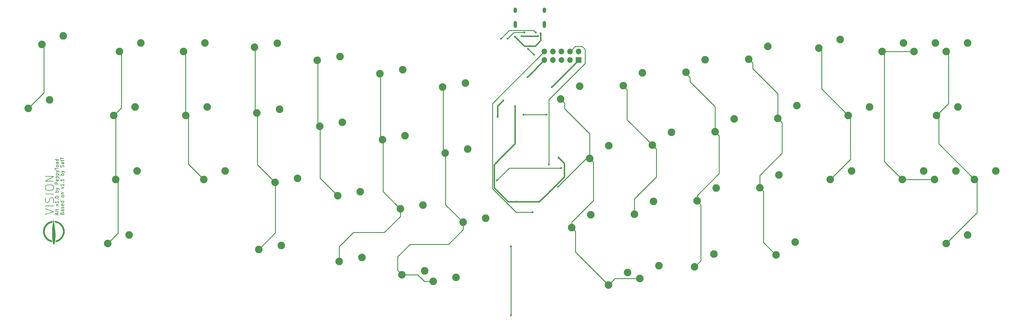
<source format=gtl>
G04 #@! TF.GenerationSoftware,KiCad,Pcbnew,(6.0.11-0)*
G04 #@! TF.CreationDate,2023-07-09T03:29:04+09:00*
G04 #@! TF.ProjectId,Vision,56697369-6f6e-42e6-9b69-6361645f7063,rev?*
G04 #@! TF.SameCoordinates,Original*
G04 #@! TF.FileFunction,Copper,L1,Top*
G04 #@! TF.FilePolarity,Positive*
%FSLAX46Y46*%
G04 Gerber Fmt 4.6, Leading zero omitted, Abs format (unit mm)*
G04 Created by KiCad (PCBNEW (6.0.11-0)) date 2023-07-09 03:29:04*
%MOMM*%
%LPD*%
G01*
G04 APERTURE LIST*
%ADD10C,0.150000*%
G04 #@! TA.AperFunction,NonConductor*
%ADD11C,0.150000*%
G04 #@! TD*
%ADD12C,0.200000*%
G04 #@! TA.AperFunction,NonConductor*
%ADD13C,0.200000*%
G04 #@! TD*
G04 #@! TA.AperFunction,EtchedComponent*
%ADD14C,0.010000*%
G04 #@! TD*
G04 #@! TA.AperFunction,ComponentPad*
%ADD15C,2.250000*%
G04 #@! TD*
G04 #@! TA.AperFunction,ComponentPad*
%ADD16O,1.000000X1.600000*%
G04 #@! TD*
G04 #@! TA.AperFunction,ComponentPad*
%ADD17O,1.000000X2.100000*%
G04 #@! TD*
G04 #@! TA.AperFunction,ComponentPad*
%ADD18R,1.700000X1.700000*%
G04 #@! TD*
G04 #@! TA.AperFunction,ComponentPad*
%ADD19O,1.700000X1.700000*%
G04 #@! TD*
G04 #@! TA.AperFunction,ViaPad*
%ADD20C,0.600000*%
G04 #@! TD*
G04 #@! TA.AperFunction,Conductor*
%ADD21C,0.381000*%
G04 #@! TD*
G04 #@! TA.AperFunction,Conductor*
%ADD22C,0.254000*%
G04 #@! TD*
G04 APERTURE END LIST*
D10*
D11*
X69661666Y-143412023D02*
X69661666Y-142935833D01*
X69947380Y-143507261D02*
X68947380Y-143173928D01*
X69947380Y-142840595D01*
X69947380Y-142364404D02*
X69899761Y-142459642D01*
X69804523Y-142507261D01*
X68947380Y-142507261D01*
X69280714Y-142126309D02*
X69280714Y-141745357D01*
X68947380Y-141983452D02*
X69804523Y-141983452D01*
X69899761Y-141935833D01*
X69947380Y-141840595D01*
X69947380Y-141745357D01*
X69280714Y-140745357D02*
X69947380Y-140507261D01*
X69280714Y-140269166D01*
X69947380Y-139364404D02*
X69947380Y-139935833D01*
X69947380Y-139650119D02*
X68947380Y-139650119D01*
X69090238Y-139745357D01*
X69185476Y-139840595D01*
X69233095Y-139935833D01*
X69852142Y-138935833D02*
X69899761Y-138888214D01*
X69947380Y-138935833D01*
X69899761Y-138983452D01*
X69852142Y-138935833D01*
X69947380Y-138935833D01*
X68947380Y-138269166D02*
X68947380Y-138173928D01*
X68995000Y-138078690D01*
X69042619Y-138031071D01*
X69137857Y-137983452D01*
X69328333Y-137935833D01*
X69566428Y-137935833D01*
X69756904Y-137983452D01*
X69852142Y-138031071D01*
X69899761Y-138078690D01*
X69947380Y-138173928D01*
X69947380Y-138269166D01*
X69899761Y-138364404D01*
X69852142Y-138412023D01*
X69756904Y-138459642D01*
X69566428Y-138507261D01*
X69328333Y-138507261D01*
X69137857Y-138459642D01*
X69042619Y-138412023D01*
X68995000Y-138364404D01*
X68947380Y-138269166D01*
X69947380Y-136745357D02*
X68947380Y-136745357D01*
X69328333Y-136745357D02*
X69280714Y-136650119D01*
X69280714Y-136459642D01*
X69328333Y-136364404D01*
X69375952Y-136316785D01*
X69471190Y-136269166D01*
X69756904Y-136269166D01*
X69852142Y-136316785D01*
X69899761Y-136364404D01*
X69947380Y-136459642D01*
X69947380Y-136650119D01*
X69899761Y-136745357D01*
X69280714Y-135935833D02*
X69947380Y-135697738D01*
X69280714Y-135459642D02*
X69947380Y-135697738D01*
X70185476Y-135792976D01*
X70233095Y-135840595D01*
X70280714Y-135935833D01*
X69947380Y-134316785D02*
X68947380Y-134316785D01*
X68947380Y-133935833D01*
X68995000Y-133840595D01*
X69042619Y-133792976D01*
X69137857Y-133745357D01*
X69280714Y-133745357D01*
X69375952Y-133792976D01*
X69423571Y-133840595D01*
X69471190Y-133935833D01*
X69471190Y-134316785D01*
X69899761Y-132935833D02*
X69947380Y-133031071D01*
X69947380Y-133221547D01*
X69899761Y-133316785D01*
X69804523Y-133364404D01*
X69423571Y-133364404D01*
X69328333Y-133316785D01*
X69280714Y-133221547D01*
X69280714Y-133031071D01*
X69328333Y-132935833D01*
X69423571Y-132888214D01*
X69518809Y-132888214D01*
X69614047Y-133364404D01*
X69280714Y-132459642D02*
X70280714Y-132459642D01*
X69328333Y-132459642D02*
X69280714Y-132364404D01*
X69280714Y-132173928D01*
X69328333Y-132078690D01*
X69375952Y-132031071D01*
X69471190Y-131983452D01*
X69756904Y-131983452D01*
X69852142Y-132031071D01*
X69899761Y-132078690D01*
X69947380Y-132173928D01*
X69947380Y-132364404D01*
X69899761Y-132459642D01*
X69280714Y-131554880D02*
X70280714Y-131554880D01*
X69328333Y-131554880D02*
X69280714Y-131459642D01*
X69280714Y-131269166D01*
X69328333Y-131173928D01*
X69375952Y-131126309D01*
X69471190Y-131078690D01*
X69756904Y-131078690D01*
X69852142Y-131126309D01*
X69899761Y-131173928D01*
X69947380Y-131269166D01*
X69947380Y-131459642D01*
X69899761Y-131554880D01*
X69280714Y-130745357D02*
X69947380Y-130507261D01*
X69280714Y-130269166D02*
X69947380Y-130507261D01*
X70185476Y-130602500D01*
X70233095Y-130650119D01*
X70280714Y-130745357D01*
X68947380Y-130031071D02*
X68947380Y-129459642D01*
X69947380Y-129745357D02*
X68947380Y-129745357D01*
X69947380Y-128983452D02*
X69899761Y-129078690D01*
X69852142Y-129126309D01*
X69756904Y-129173928D01*
X69471190Y-129173928D01*
X69375952Y-129126309D01*
X69328333Y-129078690D01*
X69280714Y-128983452D01*
X69280714Y-128840595D01*
X69328333Y-128745357D01*
X69375952Y-128697738D01*
X69471190Y-128650119D01*
X69756904Y-128650119D01*
X69852142Y-128697738D01*
X69899761Y-128745357D01*
X69947380Y-128840595D01*
X69947380Y-128983452D01*
X69947380Y-127792976D02*
X69423571Y-127792976D01*
X69328333Y-127840595D01*
X69280714Y-127935833D01*
X69280714Y-128126309D01*
X69328333Y-128221547D01*
X69899761Y-127792976D02*
X69947380Y-127888214D01*
X69947380Y-128126309D01*
X69899761Y-128221547D01*
X69804523Y-128269166D01*
X69709285Y-128269166D01*
X69614047Y-128221547D01*
X69566428Y-128126309D01*
X69566428Y-127888214D01*
X69518809Y-127792976D01*
X69947380Y-126888214D02*
X68947380Y-126888214D01*
X69899761Y-126888214D02*
X69947380Y-126983452D01*
X69947380Y-127173928D01*
X69899761Y-127269166D01*
X69852142Y-127316785D01*
X69756904Y-127364404D01*
X69471190Y-127364404D01*
X69375952Y-127316785D01*
X69328333Y-127269166D01*
X69280714Y-127173928D01*
X69280714Y-126983452D01*
X69328333Y-126888214D01*
X71033571Y-143031071D02*
X71081190Y-142888214D01*
X71128809Y-142840595D01*
X71224047Y-142792976D01*
X71366904Y-142792976D01*
X71462142Y-142840595D01*
X71509761Y-142888214D01*
X71557380Y-142983452D01*
X71557380Y-143364404D01*
X70557380Y-143364404D01*
X70557380Y-143031071D01*
X70605000Y-142935833D01*
X70652619Y-142888214D01*
X70747857Y-142840595D01*
X70843095Y-142840595D01*
X70938333Y-142888214D01*
X70985952Y-142935833D01*
X71033571Y-143031071D01*
X71033571Y-143364404D01*
X71557380Y-141935833D02*
X71033571Y-141935833D01*
X70938333Y-141983452D01*
X70890714Y-142078690D01*
X70890714Y-142269166D01*
X70938333Y-142364404D01*
X71509761Y-141935833D02*
X71557380Y-142031071D01*
X71557380Y-142269166D01*
X71509761Y-142364404D01*
X71414523Y-142412023D01*
X71319285Y-142412023D01*
X71224047Y-142364404D01*
X71176428Y-142269166D01*
X71176428Y-142031071D01*
X71128809Y-141935833D01*
X71509761Y-141507261D02*
X71557380Y-141412023D01*
X71557380Y-141221547D01*
X71509761Y-141126309D01*
X71414523Y-141078690D01*
X71366904Y-141078690D01*
X71271666Y-141126309D01*
X71224047Y-141221547D01*
X71224047Y-141364404D01*
X71176428Y-141459642D01*
X71081190Y-141507261D01*
X71033571Y-141507261D01*
X70938333Y-141459642D01*
X70890714Y-141364404D01*
X70890714Y-141221547D01*
X70938333Y-141126309D01*
X71509761Y-140269166D02*
X71557380Y-140364404D01*
X71557380Y-140554880D01*
X71509761Y-140650119D01*
X71414523Y-140697738D01*
X71033571Y-140697738D01*
X70938333Y-140650119D01*
X70890714Y-140554880D01*
X70890714Y-140364404D01*
X70938333Y-140269166D01*
X71033571Y-140221547D01*
X71128809Y-140221547D01*
X71224047Y-140697738D01*
X71557380Y-139364404D02*
X70557380Y-139364404D01*
X71509761Y-139364404D02*
X71557380Y-139459642D01*
X71557380Y-139650119D01*
X71509761Y-139745357D01*
X71462142Y-139792976D01*
X71366904Y-139840595D01*
X71081190Y-139840595D01*
X70985952Y-139792976D01*
X70938333Y-139745357D01*
X70890714Y-139650119D01*
X70890714Y-139459642D01*
X70938333Y-139364404D01*
X71557380Y-137983452D02*
X71509761Y-138078690D01*
X71462142Y-138126309D01*
X71366904Y-138173928D01*
X71081190Y-138173928D01*
X70985952Y-138126309D01*
X70938333Y-138078690D01*
X70890714Y-137983452D01*
X70890714Y-137840595D01*
X70938333Y-137745357D01*
X70985952Y-137697738D01*
X71081190Y-137650119D01*
X71366904Y-137650119D01*
X71462142Y-137697738D01*
X71509761Y-137745357D01*
X71557380Y-137840595D01*
X71557380Y-137983452D01*
X70890714Y-137221547D02*
X71557380Y-137221547D01*
X70985952Y-137221547D02*
X70938333Y-137173928D01*
X70890714Y-137078690D01*
X70890714Y-136935833D01*
X70938333Y-136840595D01*
X71033571Y-136792976D01*
X71557380Y-136792976D01*
X70890714Y-135650119D02*
X71557380Y-135412023D01*
X70890714Y-135173928D01*
X71557380Y-134269166D02*
X71557380Y-134840595D01*
X71557380Y-134554880D02*
X70557380Y-134554880D01*
X70700238Y-134650119D01*
X70795476Y-134745357D01*
X70843095Y-134840595D01*
X71462142Y-133840595D02*
X71509761Y-133792976D01*
X71557380Y-133840595D01*
X71509761Y-133888214D01*
X71462142Y-133840595D01*
X71557380Y-133840595D01*
X71557380Y-132840595D02*
X71557380Y-133412023D01*
X71557380Y-133126309D02*
X70557380Y-133126309D01*
X70700238Y-133221547D01*
X70795476Y-133316785D01*
X70843095Y-133412023D01*
X71557380Y-131650119D02*
X70557380Y-131650119D01*
X70938333Y-131650119D02*
X70890714Y-131554880D01*
X70890714Y-131364404D01*
X70938333Y-131269166D01*
X70985952Y-131221547D01*
X71081190Y-131173928D01*
X71366904Y-131173928D01*
X71462142Y-131221547D01*
X71509761Y-131269166D01*
X71557380Y-131364404D01*
X71557380Y-131554880D01*
X71509761Y-131650119D01*
X70890714Y-130840595D02*
X71557380Y-130602500D01*
X70890714Y-130364404D02*
X71557380Y-130602500D01*
X71795476Y-130697738D01*
X71843095Y-130745357D01*
X71890714Y-130840595D01*
X71509761Y-129269166D02*
X71557380Y-129126309D01*
X71557380Y-128888214D01*
X71509761Y-128792976D01*
X71462142Y-128745357D01*
X71366904Y-128697738D01*
X71271666Y-128697738D01*
X71176428Y-128745357D01*
X71128809Y-128792976D01*
X71081190Y-128888214D01*
X71033571Y-129078690D01*
X70985952Y-129173928D01*
X70938333Y-129221547D01*
X70843095Y-129269166D01*
X70747857Y-129269166D01*
X70652619Y-129221547D01*
X70605000Y-129173928D01*
X70557380Y-129078690D01*
X70557380Y-128840595D01*
X70605000Y-128697738D01*
X71557380Y-127840595D02*
X71033571Y-127840595D01*
X70938333Y-127888214D01*
X70890714Y-127983452D01*
X70890714Y-128173928D01*
X70938333Y-128269166D01*
X71509761Y-127840595D02*
X71557380Y-127935833D01*
X71557380Y-128173928D01*
X71509761Y-128269166D01*
X71414523Y-128316785D01*
X71319285Y-128316785D01*
X71224047Y-128269166D01*
X71176428Y-128173928D01*
X71176428Y-127935833D01*
X71128809Y-127840595D01*
X70890714Y-127507261D02*
X70890714Y-127126309D01*
X70557380Y-127364404D02*
X71414523Y-127364404D01*
X71509761Y-127316785D01*
X71557380Y-127221547D01*
X71557380Y-127126309D01*
X70557380Y-126935833D02*
X70557380Y-126364404D01*
X71557380Y-126650119D02*
X70557380Y-126650119D01*
D12*
D13*
X66030952Y-143331904D02*
X68530952Y-142498571D01*
X66030952Y-141665238D01*
X68530952Y-140831904D02*
X66030952Y-140831904D01*
X68411904Y-139760476D02*
X68530952Y-139403333D01*
X68530952Y-138808095D01*
X68411904Y-138570000D01*
X68292857Y-138450952D01*
X68054761Y-138331904D01*
X67816666Y-138331904D01*
X67578571Y-138450952D01*
X67459523Y-138570000D01*
X67340476Y-138808095D01*
X67221428Y-139284285D01*
X67102380Y-139522380D01*
X66983333Y-139641428D01*
X66745238Y-139760476D01*
X66507142Y-139760476D01*
X66269047Y-139641428D01*
X66150000Y-139522380D01*
X66030952Y-139284285D01*
X66030952Y-138689047D01*
X66150000Y-138331904D01*
X68530952Y-137260476D02*
X66030952Y-137260476D01*
X66030952Y-135593809D02*
X66030952Y-135117619D01*
X66150000Y-134879523D01*
X66388095Y-134641428D01*
X66864285Y-134522380D01*
X67697619Y-134522380D01*
X68173809Y-134641428D01*
X68411904Y-134879523D01*
X68530952Y-135117619D01*
X68530952Y-135593809D01*
X68411904Y-135831904D01*
X68173809Y-136070000D01*
X67697619Y-136189047D01*
X66864285Y-136189047D01*
X66388095Y-136070000D01*
X66150000Y-135831904D01*
X66030952Y-135593809D01*
X68530952Y-133450952D02*
X66030952Y-133450952D01*
X68530952Y-132022380D01*
X66030952Y-132022380D01*
G36*
X68858339Y-145231554D02*
G01*
X68894865Y-145237462D01*
X68950410Y-145247453D01*
X69021394Y-145260868D01*
X69104234Y-145277049D01*
X69175897Y-145291392D01*
X69502369Y-145357401D01*
X69803548Y-145488552D01*
X69898476Y-145530090D01*
X69974633Y-145564337D01*
X70037574Y-145594426D01*
X70092855Y-145623493D01*
X70146029Y-145654673D01*
X70202651Y-145691101D01*
X70268275Y-145735912D01*
X70348457Y-145792241D01*
X70375458Y-145811343D01*
X70459474Y-145871025D01*
X70526816Y-145919866D01*
X70582124Y-145961964D01*
X70630034Y-146001413D01*
X70675187Y-146042312D01*
X70722219Y-146088756D01*
X70775769Y-146144841D01*
X70840476Y-146214664D01*
X70876384Y-146253743D01*
X70947674Y-146331638D01*
X71004483Y-146394868D01*
X71050492Y-146448390D01*
X71089378Y-146497163D01*
X71124821Y-146546145D01*
X71160499Y-146600295D01*
X71200091Y-146664571D01*
X71247276Y-146743931D01*
X71274847Y-146790783D01*
X71327189Y-146880093D01*
X71368515Y-146952023D01*
X71401395Y-147012222D01*
X71428397Y-147066336D01*
X71452092Y-147120013D01*
X71475050Y-147178902D01*
X71499840Y-147248649D01*
X71529033Y-147334903D01*
X71547191Y-147389307D01*
X71651267Y-147701549D01*
X71689473Y-148030853D01*
X71699997Y-148123037D01*
X71709310Y-148207442D01*
X71716999Y-148280105D01*
X71722654Y-148337060D01*
X71725863Y-148374343D01*
X71726423Y-148386894D01*
X71724772Y-148407470D01*
X71720829Y-148450507D01*
X71714993Y-148511869D01*
X71707658Y-148587415D01*
X71699221Y-148673007D01*
X71694353Y-148721882D01*
X71663538Y-149030134D01*
X71563064Y-149347209D01*
X71531712Y-149445745D01*
X71505923Y-149524492D01*
X71483221Y-149589128D01*
X71461128Y-149645332D01*
X71437167Y-149698786D01*
X71408862Y-149755166D01*
X71373735Y-149820154D01*
X71329309Y-149899427D01*
X71298430Y-149953971D01*
X71246624Y-150045018D01*
X71204172Y-150117915D01*
X71167372Y-150177846D01*
X71132522Y-150229994D01*
X71095922Y-150279542D01*
X71053870Y-150331673D01*
X71002665Y-150391572D01*
X70938606Y-150464421D01*
X70914448Y-150491697D01*
X70844753Y-150570018D01*
X70787773Y-150632679D01*
X70738752Y-150684039D01*
X70692934Y-150728455D01*
X70645563Y-150770286D01*
X70591884Y-150813888D01*
X70527142Y-150863620D01*
X70446579Y-150923840D01*
X70426925Y-150938434D01*
X70343404Y-151000248D01*
X70275894Y-151049267D01*
X70219015Y-151088661D01*
X70167386Y-151121598D01*
X70115628Y-151151246D01*
X70058359Y-151180775D01*
X69990199Y-151213352D01*
X69905768Y-151252146D01*
X69855143Y-151275149D01*
X69748707Y-151322885D01*
X69660467Y-151360907D01*
X69584657Y-151391365D01*
X69515514Y-151416411D01*
X69447272Y-151438196D01*
X69374168Y-151458872D01*
X69335567Y-151469058D01*
X69263844Y-151487321D01*
X69201745Y-151502488D01*
X69153614Y-151513551D01*
X69123790Y-151519500D01*
X69116066Y-151520027D01*
X69115014Y-151504235D01*
X69117073Y-151467409D01*
X69121610Y-151414986D01*
X69127991Y-151352407D01*
X69135584Y-151285110D01*
X69143755Y-151218533D01*
X69151871Y-151158116D01*
X69159299Y-151109297D01*
X69165406Y-151077515D01*
X69168664Y-151068200D01*
X69184725Y-151060146D01*
X69222116Y-151045043D01*
X69276834Y-151024393D01*
X69344877Y-150999699D01*
X69422242Y-150972464D01*
X69440504Y-150966146D01*
X69530957Y-150934543D01*
X69603883Y-150907611D01*
X69665880Y-150882255D01*
X69723548Y-150855383D01*
X69783486Y-150823900D01*
X69852292Y-150784713D01*
X69936566Y-150734728D01*
X69945277Y-150729509D01*
X70030714Y-150677817D01*
X70099249Y-150634691D01*
X70156792Y-150595671D01*
X70209253Y-150556299D01*
X70262541Y-150512114D01*
X70322566Y-150458658D01*
X70395236Y-150391471D01*
X70403628Y-150383637D01*
X70477371Y-150314203D01*
X70536052Y-150257016D01*
X70584518Y-150206477D01*
X70627619Y-150156989D01*
X70670203Y-150102955D01*
X70717120Y-150038777D01*
X70773217Y-149958858D01*
X70779741Y-149949465D01*
X70836739Y-149866648D01*
X70881666Y-149798923D01*
X70918136Y-149739730D01*
X70949765Y-149682507D01*
X70980165Y-149620695D01*
X71012952Y-149547732D01*
X71051740Y-149457058D01*
X71054125Y-149451412D01*
X71091159Y-149363117D01*
X71119868Y-149292089D01*
X71142236Y-149231773D01*
X71160249Y-149175618D01*
X71175891Y-149117071D01*
X71191148Y-149049577D01*
X71208005Y-148966585D01*
X71220692Y-148901579D01*
X71276431Y-148614158D01*
X71267241Y-148326737D01*
X71263985Y-148230334D01*
X71260578Y-148153931D01*
X71256146Y-148090801D01*
X71249811Y-148034215D01*
X71240697Y-147977448D01*
X71227928Y-147913771D01*
X71210628Y-147836458D01*
X71194103Y-147765263D01*
X71171745Y-147670720D01*
X71152766Y-147595436D01*
X71134790Y-147532583D01*
X71115442Y-147475332D01*
X71092346Y-147416853D01*
X71063126Y-147350318D01*
X71025408Y-147268897D01*
X71010149Y-147236446D01*
X70967749Y-147147442D01*
X70931879Y-147075525D01*
X70898711Y-147014377D01*
X70864419Y-146957680D01*
X70825175Y-146899115D01*
X70777151Y-146832365D01*
X70716519Y-146751111D01*
X70714553Y-146748499D01*
X70653251Y-146667758D01*
X70602618Y-146603365D01*
X70557675Y-146549989D01*
X70513447Y-146502296D01*
X70464957Y-146454953D01*
X70407227Y-146402626D01*
X70335282Y-146339984D01*
X70325385Y-146331458D01*
X70249052Y-146266375D01*
X70185770Y-146214483D01*
X70129253Y-146171415D01*
X70073214Y-146132803D01*
X70011365Y-146094281D01*
X69937419Y-146051481D01*
X69860562Y-146008588D01*
X69773857Y-145960978D01*
X69703742Y-145923842D01*
X69643603Y-145894373D01*
X69586827Y-145869764D01*
X69526797Y-145847209D01*
X69456901Y-145823902D01*
X69370523Y-145797034D01*
X69340337Y-145787839D01*
X69253101Y-145761878D01*
X69168187Y-145737604D01*
X69091212Y-145716548D01*
X69027790Y-145700240D01*
X68983536Y-145690212D01*
X68979505Y-145689453D01*
X68887652Y-145672806D01*
X68863531Y-145454102D01*
X68855766Y-145380789D01*
X68849652Y-145317312D01*
X68845575Y-145268188D01*
X68843921Y-145237931D01*
X68844417Y-145230390D01*
X68858339Y-145231554D01*
G37*
D14*
X68858339Y-145231554D02*
X68894865Y-145237462D01*
X68950410Y-145247453D01*
X69021394Y-145260868D01*
X69104234Y-145277049D01*
X69175897Y-145291392D01*
X69502369Y-145357401D01*
X69803548Y-145488552D01*
X69898476Y-145530090D01*
X69974633Y-145564337D01*
X70037574Y-145594426D01*
X70092855Y-145623493D01*
X70146029Y-145654673D01*
X70202651Y-145691101D01*
X70268275Y-145735912D01*
X70348457Y-145792241D01*
X70375458Y-145811343D01*
X70459474Y-145871025D01*
X70526816Y-145919866D01*
X70582124Y-145961964D01*
X70630034Y-146001413D01*
X70675187Y-146042312D01*
X70722219Y-146088756D01*
X70775769Y-146144841D01*
X70840476Y-146214664D01*
X70876384Y-146253743D01*
X70947674Y-146331638D01*
X71004483Y-146394868D01*
X71050492Y-146448390D01*
X71089378Y-146497163D01*
X71124821Y-146546145D01*
X71160499Y-146600295D01*
X71200091Y-146664571D01*
X71247276Y-146743931D01*
X71274847Y-146790783D01*
X71327189Y-146880093D01*
X71368515Y-146952023D01*
X71401395Y-147012222D01*
X71428397Y-147066336D01*
X71452092Y-147120013D01*
X71475050Y-147178902D01*
X71499840Y-147248649D01*
X71529033Y-147334903D01*
X71547191Y-147389307D01*
X71651267Y-147701549D01*
X71689473Y-148030853D01*
X71699997Y-148123037D01*
X71709310Y-148207442D01*
X71716999Y-148280105D01*
X71722654Y-148337060D01*
X71725863Y-148374343D01*
X71726423Y-148386894D01*
X71724772Y-148407470D01*
X71720829Y-148450507D01*
X71714993Y-148511869D01*
X71707658Y-148587415D01*
X71699221Y-148673007D01*
X71694353Y-148721882D01*
X71663538Y-149030134D01*
X71563064Y-149347209D01*
X71531712Y-149445745D01*
X71505923Y-149524492D01*
X71483221Y-149589128D01*
X71461128Y-149645332D01*
X71437167Y-149698786D01*
X71408862Y-149755166D01*
X71373735Y-149820154D01*
X71329309Y-149899427D01*
X71298430Y-149953971D01*
X71246624Y-150045018D01*
X71204172Y-150117915D01*
X71167372Y-150177846D01*
X71132522Y-150229994D01*
X71095922Y-150279542D01*
X71053870Y-150331673D01*
X71002665Y-150391572D01*
X70938606Y-150464421D01*
X70914448Y-150491697D01*
X70844753Y-150570018D01*
X70787773Y-150632679D01*
X70738752Y-150684039D01*
X70692934Y-150728455D01*
X70645563Y-150770286D01*
X70591884Y-150813888D01*
X70527142Y-150863620D01*
X70446579Y-150923840D01*
X70426925Y-150938434D01*
X70343404Y-151000248D01*
X70275894Y-151049267D01*
X70219015Y-151088661D01*
X70167386Y-151121598D01*
X70115628Y-151151246D01*
X70058359Y-151180775D01*
X69990199Y-151213352D01*
X69905768Y-151252146D01*
X69855143Y-151275149D01*
X69748707Y-151322885D01*
X69660467Y-151360907D01*
X69584657Y-151391365D01*
X69515514Y-151416411D01*
X69447272Y-151438196D01*
X69374168Y-151458872D01*
X69335567Y-151469058D01*
X69263844Y-151487321D01*
X69201745Y-151502488D01*
X69153614Y-151513551D01*
X69123790Y-151519500D01*
X69116066Y-151520027D01*
X69115014Y-151504235D01*
X69117073Y-151467409D01*
X69121610Y-151414986D01*
X69127991Y-151352407D01*
X69135584Y-151285110D01*
X69143755Y-151218533D01*
X69151871Y-151158116D01*
X69159299Y-151109297D01*
X69165406Y-151077515D01*
X69168664Y-151068200D01*
X69184725Y-151060146D01*
X69222116Y-151045043D01*
X69276834Y-151024393D01*
X69344877Y-150999699D01*
X69422242Y-150972464D01*
X69440504Y-150966146D01*
X69530957Y-150934543D01*
X69603883Y-150907611D01*
X69665880Y-150882255D01*
X69723548Y-150855383D01*
X69783486Y-150823900D01*
X69852292Y-150784713D01*
X69936566Y-150734728D01*
X69945277Y-150729509D01*
X70030714Y-150677817D01*
X70099249Y-150634691D01*
X70156792Y-150595671D01*
X70209253Y-150556299D01*
X70262541Y-150512114D01*
X70322566Y-150458658D01*
X70395236Y-150391471D01*
X70403628Y-150383637D01*
X70477371Y-150314203D01*
X70536052Y-150257016D01*
X70584518Y-150206477D01*
X70627619Y-150156989D01*
X70670203Y-150102955D01*
X70717120Y-150038777D01*
X70773217Y-149958858D01*
X70779741Y-149949465D01*
X70836739Y-149866648D01*
X70881666Y-149798923D01*
X70918136Y-149739730D01*
X70949765Y-149682507D01*
X70980165Y-149620695D01*
X71012952Y-149547732D01*
X71051740Y-149457058D01*
X71054125Y-149451412D01*
X71091159Y-149363117D01*
X71119868Y-149292089D01*
X71142236Y-149231773D01*
X71160249Y-149175618D01*
X71175891Y-149117071D01*
X71191148Y-149049577D01*
X71208005Y-148966585D01*
X71220692Y-148901579D01*
X71276431Y-148614158D01*
X71267241Y-148326737D01*
X71263985Y-148230334D01*
X71260578Y-148153931D01*
X71256146Y-148090801D01*
X71249811Y-148034215D01*
X71240697Y-147977448D01*
X71227928Y-147913771D01*
X71210628Y-147836458D01*
X71194103Y-147765263D01*
X71171745Y-147670720D01*
X71152766Y-147595436D01*
X71134790Y-147532583D01*
X71115442Y-147475332D01*
X71092346Y-147416853D01*
X71063126Y-147350318D01*
X71025408Y-147268897D01*
X71010149Y-147236446D01*
X70967749Y-147147442D01*
X70931879Y-147075525D01*
X70898711Y-147014377D01*
X70864419Y-146957680D01*
X70825175Y-146899115D01*
X70777151Y-146832365D01*
X70716519Y-146751111D01*
X70714553Y-146748499D01*
X70653251Y-146667758D01*
X70602618Y-146603365D01*
X70557675Y-146549989D01*
X70513447Y-146502296D01*
X70464957Y-146454953D01*
X70407227Y-146402626D01*
X70335282Y-146339984D01*
X70325385Y-146331458D01*
X70249052Y-146266375D01*
X70185770Y-146214483D01*
X70129253Y-146171415D01*
X70073214Y-146132803D01*
X70011365Y-146094281D01*
X69937419Y-146051481D01*
X69860562Y-146008588D01*
X69773857Y-145960978D01*
X69703742Y-145923842D01*
X69643603Y-145894373D01*
X69586827Y-145869764D01*
X69526797Y-145847209D01*
X69456901Y-145823902D01*
X69370523Y-145797034D01*
X69340337Y-145787839D01*
X69253101Y-145761878D01*
X69168187Y-145737604D01*
X69091212Y-145716548D01*
X69027790Y-145700240D01*
X68983536Y-145690212D01*
X68979505Y-145689453D01*
X68887652Y-145672806D01*
X68863531Y-145454102D01*
X68855766Y-145380789D01*
X68849652Y-145317312D01*
X68845575Y-145268188D01*
X68843921Y-145237931D01*
X68844417Y-145230390D01*
X68858339Y-145231554D01*
G36*
X68097365Y-145244256D02*
G01*
X68102292Y-145256139D01*
X68103115Y-145279864D01*
X68099814Y-145318676D01*
X68092365Y-145375818D01*
X68080748Y-145454534D01*
X68073540Y-145501880D01*
X68062785Y-145569847D01*
X68052923Y-145627791D01*
X68044833Y-145670859D01*
X68039395Y-145694199D01*
X68038191Y-145696901D01*
X68024007Y-145702045D01*
X67988015Y-145713383D01*
X67934107Y-145729739D01*
X67866174Y-145749936D01*
X67788108Y-145772798D01*
X67764474Y-145779658D01*
X67673218Y-145806405D01*
X67600221Y-145829009D01*
X67539005Y-145850141D01*
X67483092Y-145872473D01*
X67426004Y-145898673D01*
X67361263Y-145931413D01*
X67282390Y-145973363D01*
X67243106Y-145994579D01*
X67153971Y-146043308D01*
X67082399Y-146084101D01*
X67022156Y-146121214D01*
X66967009Y-146158904D01*
X66910726Y-146201429D01*
X66847074Y-146253043D01*
X66771011Y-146316995D01*
X66694154Y-146382767D01*
X66632752Y-146437323D01*
X66581533Y-146486188D01*
X66535225Y-146534887D01*
X66488558Y-146588944D01*
X66436258Y-146653884D01*
X66377808Y-146729064D01*
X66316611Y-146809116D01*
X66268208Y-146874784D01*
X66228635Y-146932496D01*
X66193926Y-146988679D01*
X66160116Y-147049758D01*
X66123240Y-147122162D01*
X66079333Y-147212318D01*
X66078191Y-147214688D01*
X66036091Y-147302683D01*
X66003465Y-147373324D01*
X65977954Y-147433232D01*
X65957196Y-147489028D01*
X65938830Y-147547333D01*
X65920495Y-147614767D01*
X65899830Y-147697950D01*
X65887278Y-147750051D01*
X65865310Y-147842282D01*
X65848680Y-147915475D01*
X65836497Y-147976273D01*
X65827869Y-148031317D01*
X65821906Y-148087249D01*
X65817715Y-148150710D01*
X65814405Y-148228342D01*
X65811477Y-148314752D01*
X65802079Y-148602597D01*
X65851718Y-148875746D01*
X65868900Y-148968780D01*
X65883752Y-149043241D01*
X65898229Y-149105814D01*
X65914287Y-149163182D01*
X65933881Y-149222030D01*
X65958967Y-149289041D01*
X65991501Y-149370902D01*
X66009863Y-149416263D01*
X66047123Y-149507217D01*
X66078275Y-149580064D01*
X66106672Y-149641048D01*
X66135665Y-149696414D01*
X66168609Y-149752408D01*
X66208856Y-149815275D01*
X66259758Y-149891260D01*
X66284080Y-149927059D01*
X66341496Y-150010727D01*
X66388986Y-150077559D01*
X66431252Y-150133100D01*
X66472995Y-150182895D01*
X66518917Y-150232490D01*
X66573720Y-150287428D01*
X66642104Y-150353257D01*
X66659290Y-150369611D01*
X66733086Y-150439165D01*
X66793861Y-150494449D01*
X66847560Y-150540036D01*
X66900131Y-150580497D01*
X66957519Y-150620407D01*
X67025673Y-150664337D01*
X67110537Y-150716861D01*
X67112129Y-150717837D01*
X67196146Y-150768932D01*
X67264313Y-150808948D01*
X67323169Y-150840988D01*
X67379252Y-150868158D01*
X67439101Y-150893563D01*
X67509253Y-150920308D01*
X67596246Y-150951498D01*
X67626814Y-150962258D01*
X67707330Y-150990794D01*
X67779329Y-151016788D01*
X67838972Y-151038816D01*
X67882419Y-151055453D01*
X67905833Y-151065274D01*
X67908626Y-151066872D01*
X67913460Y-151082639D01*
X67919801Y-151119397D01*
X67927067Y-151171693D01*
X67934680Y-151234073D01*
X67942060Y-151301084D01*
X67948627Y-151367273D01*
X67953801Y-151427184D01*
X67957003Y-151475364D01*
X67957653Y-151506361D01*
X67956253Y-151514940D01*
X67941984Y-151513292D01*
X67905682Y-151504849D01*
X67850903Y-151490562D01*
X67781205Y-151471380D01*
X67700143Y-151448252D01*
X67633772Y-151428814D01*
X67535334Y-151399539D01*
X67456651Y-151375393D01*
X67391967Y-151353997D01*
X67335524Y-151332974D01*
X67281568Y-151309943D01*
X67224342Y-151282528D01*
X67158091Y-151248349D01*
X67077057Y-151205029D01*
X67027658Y-151178365D01*
X66936585Y-151128966D01*
X66863622Y-151088449D01*
X66803569Y-151053247D01*
X66751230Y-151019796D01*
X66701406Y-150984530D01*
X66648898Y-150943885D01*
X66588510Y-150894295D01*
X66515043Y-150832195D01*
X66482375Y-150804371D01*
X66402354Y-150735905D01*
X66338379Y-150680009D01*
X66286033Y-150632046D01*
X66240901Y-150587375D01*
X66198567Y-150541356D01*
X66154614Y-150489352D01*
X66104628Y-150426721D01*
X66044192Y-150348826D01*
X66024751Y-150323590D01*
X65961341Y-150240967D01*
X65910993Y-150174068D01*
X65870417Y-150117531D01*
X65836317Y-150065993D01*
X65805403Y-150014091D01*
X65774382Y-149956464D01*
X65739960Y-149887749D01*
X65698845Y-149802584D01*
X65677813Y-149758577D01*
X65534052Y-149457468D01*
X65379140Y-148814684D01*
X65371038Y-148467105D01*
X65362935Y-148119526D01*
X65422714Y-147804335D01*
X65482492Y-147489143D01*
X65609356Y-147182703D01*
X65649087Y-147087134D01*
X65681744Y-147010585D01*
X65710309Y-146947567D01*
X65737763Y-146892586D01*
X65767087Y-146840150D01*
X65801261Y-146784769D01*
X65843267Y-146720951D01*
X65896085Y-146643202D01*
X65925469Y-146600321D01*
X65984973Y-146513877D01*
X66033580Y-146444747D01*
X66075399Y-146388118D01*
X66114539Y-146339176D01*
X66155110Y-146293107D01*
X66201222Y-146245099D01*
X66256983Y-146190338D01*
X66326505Y-146124010D01*
X66355846Y-146096228D01*
X66432092Y-146024361D01*
X66494208Y-145967025D01*
X66547293Y-145920313D01*
X66596445Y-145880320D01*
X66646763Y-145843138D01*
X66703346Y-145804861D01*
X66771292Y-145761582D01*
X66855700Y-145709395D01*
X66880913Y-145693922D01*
X66968354Y-145640420D01*
X67038887Y-145598057D01*
X67097981Y-145564233D01*
X67151105Y-145536349D01*
X67203729Y-145511807D01*
X67261322Y-145488008D01*
X67329354Y-145462353D01*
X67413295Y-145432243D01*
X67484715Y-145407029D01*
X67579927Y-145374306D01*
X67674135Y-145343443D01*
X67762121Y-145316038D01*
X67838667Y-145293688D01*
X67898554Y-145277990D01*
X67924895Y-145272322D01*
X67982104Y-145261681D01*
X68032151Y-145252023D01*
X68067103Y-145244892D01*
X68075290Y-145243042D01*
X68088357Y-145240972D01*
X68097365Y-145244256D01*
G37*
X68097365Y-145244256D02*
X68102292Y-145256139D01*
X68103115Y-145279864D01*
X68099814Y-145318676D01*
X68092365Y-145375818D01*
X68080748Y-145454534D01*
X68073540Y-145501880D01*
X68062785Y-145569847D01*
X68052923Y-145627791D01*
X68044833Y-145670859D01*
X68039395Y-145694199D01*
X68038191Y-145696901D01*
X68024007Y-145702045D01*
X67988015Y-145713383D01*
X67934107Y-145729739D01*
X67866174Y-145749936D01*
X67788108Y-145772798D01*
X67764474Y-145779658D01*
X67673218Y-145806405D01*
X67600221Y-145829009D01*
X67539005Y-145850141D01*
X67483092Y-145872473D01*
X67426004Y-145898673D01*
X67361263Y-145931413D01*
X67282390Y-145973363D01*
X67243106Y-145994579D01*
X67153971Y-146043308D01*
X67082399Y-146084101D01*
X67022156Y-146121214D01*
X66967009Y-146158904D01*
X66910726Y-146201429D01*
X66847074Y-146253043D01*
X66771011Y-146316995D01*
X66694154Y-146382767D01*
X66632752Y-146437323D01*
X66581533Y-146486188D01*
X66535225Y-146534887D01*
X66488558Y-146588944D01*
X66436258Y-146653884D01*
X66377808Y-146729064D01*
X66316611Y-146809116D01*
X66268208Y-146874784D01*
X66228635Y-146932496D01*
X66193926Y-146988679D01*
X66160116Y-147049758D01*
X66123240Y-147122162D01*
X66079333Y-147212318D01*
X66078191Y-147214688D01*
X66036091Y-147302683D01*
X66003465Y-147373324D01*
X65977954Y-147433232D01*
X65957196Y-147489028D01*
X65938830Y-147547333D01*
X65920495Y-147614767D01*
X65899830Y-147697950D01*
X65887278Y-147750051D01*
X65865310Y-147842282D01*
X65848680Y-147915475D01*
X65836497Y-147976273D01*
X65827869Y-148031317D01*
X65821906Y-148087249D01*
X65817715Y-148150710D01*
X65814405Y-148228342D01*
X65811477Y-148314752D01*
X65802079Y-148602597D01*
X65851718Y-148875746D01*
X65868900Y-148968780D01*
X65883752Y-149043241D01*
X65898229Y-149105814D01*
X65914287Y-149163182D01*
X65933881Y-149222030D01*
X65958967Y-149289041D01*
X65991501Y-149370902D01*
X66009863Y-149416263D01*
X66047123Y-149507217D01*
X66078275Y-149580064D01*
X66106672Y-149641048D01*
X66135665Y-149696414D01*
X66168609Y-149752408D01*
X66208856Y-149815275D01*
X66259758Y-149891260D01*
X66284080Y-149927059D01*
X66341496Y-150010727D01*
X66388986Y-150077559D01*
X66431252Y-150133100D01*
X66472995Y-150182895D01*
X66518917Y-150232490D01*
X66573720Y-150287428D01*
X66642104Y-150353257D01*
X66659290Y-150369611D01*
X66733086Y-150439165D01*
X66793861Y-150494449D01*
X66847560Y-150540036D01*
X66900131Y-150580497D01*
X66957519Y-150620407D01*
X67025673Y-150664337D01*
X67110537Y-150716861D01*
X67112129Y-150717837D01*
X67196146Y-150768932D01*
X67264313Y-150808948D01*
X67323169Y-150840988D01*
X67379252Y-150868158D01*
X67439101Y-150893563D01*
X67509253Y-150920308D01*
X67596246Y-150951498D01*
X67626814Y-150962258D01*
X67707330Y-150990794D01*
X67779329Y-151016788D01*
X67838972Y-151038816D01*
X67882419Y-151055453D01*
X67905833Y-151065274D01*
X67908626Y-151066872D01*
X67913460Y-151082639D01*
X67919801Y-151119397D01*
X67927067Y-151171693D01*
X67934680Y-151234073D01*
X67942060Y-151301084D01*
X67948627Y-151367273D01*
X67953801Y-151427184D01*
X67957003Y-151475364D01*
X67957653Y-151506361D01*
X67956253Y-151514940D01*
X67941984Y-151513292D01*
X67905682Y-151504849D01*
X67850903Y-151490562D01*
X67781205Y-151471380D01*
X67700143Y-151448252D01*
X67633772Y-151428814D01*
X67535334Y-151399539D01*
X67456651Y-151375393D01*
X67391967Y-151353997D01*
X67335524Y-151332974D01*
X67281568Y-151309943D01*
X67224342Y-151282528D01*
X67158091Y-151248349D01*
X67077057Y-151205029D01*
X67027658Y-151178365D01*
X66936585Y-151128966D01*
X66863622Y-151088449D01*
X66803569Y-151053247D01*
X66751230Y-151019796D01*
X66701406Y-150984530D01*
X66648898Y-150943885D01*
X66588510Y-150894295D01*
X66515043Y-150832195D01*
X66482375Y-150804371D01*
X66402354Y-150735905D01*
X66338379Y-150680009D01*
X66286033Y-150632046D01*
X66240901Y-150587375D01*
X66198567Y-150541356D01*
X66154614Y-150489352D01*
X66104628Y-150426721D01*
X66044192Y-150348826D01*
X66024751Y-150323590D01*
X65961341Y-150240967D01*
X65910993Y-150174068D01*
X65870417Y-150117531D01*
X65836317Y-150065993D01*
X65805403Y-150014091D01*
X65774382Y-149956464D01*
X65739960Y-149887749D01*
X65698845Y-149802584D01*
X65677813Y-149758577D01*
X65534052Y-149457468D01*
X65379140Y-148814684D01*
X65371038Y-148467105D01*
X65362935Y-148119526D01*
X65422714Y-147804335D01*
X65482492Y-147489143D01*
X65609356Y-147182703D01*
X65649087Y-147087134D01*
X65681744Y-147010585D01*
X65710309Y-146947567D01*
X65737763Y-146892586D01*
X65767087Y-146840150D01*
X65801261Y-146784769D01*
X65843267Y-146720951D01*
X65896085Y-146643202D01*
X65925469Y-146600321D01*
X65984973Y-146513877D01*
X66033580Y-146444747D01*
X66075399Y-146388118D01*
X66114539Y-146339176D01*
X66155110Y-146293107D01*
X66201222Y-146245099D01*
X66256983Y-146190338D01*
X66326505Y-146124010D01*
X66355846Y-146096228D01*
X66432092Y-146024361D01*
X66494208Y-145967025D01*
X66547293Y-145920313D01*
X66596445Y-145880320D01*
X66646763Y-145843138D01*
X66703346Y-145804861D01*
X66771292Y-145761582D01*
X66855700Y-145709395D01*
X66880913Y-145693922D01*
X66968354Y-145640420D01*
X67038887Y-145598057D01*
X67097981Y-145564233D01*
X67151105Y-145536349D01*
X67203729Y-145511807D01*
X67261322Y-145488008D01*
X67329354Y-145462353D01*
X67413295Y-145432243D01*
X67484715Y-145407029D01*
X67579927Y-145374306D01*
X67674135Y-145343443D01*
X67762121Y-145316038D01*
X67838667Y-145293688D01*
X67898554Y-145277990D01*
X67924895Y-145272322D01*
X67982104Y-145261681D01*
X68032151Y-145252023D01*
X68067103Y-145244892D01*
X68075290Y-145243042D01*
X68088357Y-145240972D01*
X68097365Y-145244256D01*
G36*
X68535141Y-144593014D02*
G01*
X68537292Y-144618794D01*
X68537996Y-144663924D01*
X68537155Y-144724725D01*
X68536183Y-144758112D01*
X68533806Y-144870418D01*
X68534158Y-144988743D01*
X68537397Y-145114711D01*
X68543684Y-145249942D01*
X68553176Y-145396060D01*
X68566033Y-145554686D01*
X68582414Y-145727442D01*
X68602477Y-145915952D01*
X68626382Y-146121837D01*
X68654288Y-146346719D01*
X68686354Y-146592221D01*
X68722738Y-146859964D01*
X68763599Y-147151572D01*
X68786319Y-147310737D01*
X68819176Y-147541691D01*
X68848025Y-147749067D01*
X68873210Y-147935667D01*
X68895075Y-148104293D01*
X68913965Y-148257746D01*
X68930223Y-148398829D01*
X68944193Y-148530344D01*
X68956219Y-148655092D01*
X68966644Y-148775876D01*
X68967547Y-148787037D01*
X68973939Y-148881069D01*
X68979756Y-148994457D01*
X68984866Y-149121571D01*
X68989139Y-149256779D01*
X68992443Y-149394451D01*
X68994646Y-149528956D01*
X68995617Y-149654664D01*
X68995225Y-149765943D01*
X68993338Y-149857164D01*
X68992838Y-149870789D01*
X68981000Y-150117049D01*
X68965375Y-150358983D01*
X68946264Y-150594539D01*
X68923965Y-150821664D01*
X68898778Y-151038308D01*
X68871004Y-151242417D01*
X68840941Y-151431940D01*
X68808890Y-151604824D01*
X68775150Y-151759019D01*
X68740020Y-151892472D01*
X68703800Y-152003130D01*
X68669808Y-152082972D01*
X68632322Y-152149428D01*
X68596934Y-152191824D01*
X68560949Y-152212404D01*
X68521674Y-152213414D01*
X68514979Y-152211928D01*
X68476634Y-152189123D01*
X68438823Y-152141017D01*
X68401727Y-152069040D01*
X68365530Y-151974626D01*
X68330412Y-151859207D01*
X68296557Y-151724215D01*
X68264146Y-151571082D01*
X68233361Y-151401241D01*
X68204386Y-151216124D01*
X68177401Y-151017163D01*
X68152588Y-150805791D01*
X68130131Y-150583439D01*
X68110211Y-150351541D01*
X68093011Y-150111529D01*
X68078711Y-149864834D01*
X68067496Y-149612890D01*
X68059546Y-149357128D01*
X68055044Y-149098981D01*
X68054172Y-148839881D01*
X68056634Y-148607473D01*
X68064093Y-148301897D01*
X68075858Y-148006736D01*
X68092364Y-147716589D01*
X68114047Y-147426051D01*
X68141345Y-147129719D01*
X68174693Y-146822189D01*
X68214528Y-146498058D01*
X68246105Y-146261315D01*
X68262257Y-146146957D01*
X68280826Y-146021295D01*
X68301351Y-145887034D01*
X68323368Y-145746878D01*
X68346416Y-145603532D01*
X68370033Y-145459699D01*
X68393757Y-145318086D01*
X68417125Y-145181396D01*
X68439676Y-145052333D01*
X68460947Y-144933602D01*
X68480476Y-144827908D01*
X68497801Y-144737955D01*
X68512460Y-144666448D01*
X68523990Y-144616091D01*
X68531643Y-144590263D01*
X68535141Y-144593014D01*
G37*
X68535141Y-144593014D02*
X68537292Y-144618794D01*
X68537996Y-144663924D01*
X68537155Y-144724725D01*
X68536183Y-144758112D01*
X68533806Y-144870418D01*
X68534158Y-144988743D01*
X68537397Y-145114711D01*
X68543684Y-145249942D01*
X68553176Y-145396060D01*
X68566033Y-145554686D01*
X68582414Y-145727442D01*
X68602477Y-145915952D01*
X68626382Y-146121837D01*
X68654288Y-146346719D01*
X68686354Y-146592221D01*
X68722738Y-146859964D01*
X68763599Y-147151572D01*
X68786319Y-147310737D01*
X68819176Y-147541691D01*
X68848025Y-147749067D01*
X68873210Y-147935667D01*
X68895075Y-148104293D01*
X68913965Y-148257746D01*
X68930223Y-148398829D01*
X68944193Y-148530344D01*
X68956219Y-148655092D01*
X68966644Y-148775876D01*
X68967547Y-148787037D01*
X68973939Y-148881069D01*
X68979756Y-148994457D01*
X68984866Y-149121571D01*
X68989139Y-149256779D01*
X68992443Y-149394451D01*
X68994646Y-149528956D01*
X68995617Y-149654664D01*
X68995225Y-149765943D01*
X68993338Y-149857164D01*
X68992838Y-149870789D01*
X68981000Y-150117049D01*
X68965375Y-150358983D01*
X68946264Y-150594539D01*
X68923965Y-150821664D01*
X68898778Y-151038308D01*
X68871004Y-151242417D01*
X68840941Y-151431940D01*
X68808890Y-151604824D01*
X68775150Y-151759019D01*
X68740020Y-151892472D01*
X68703800Y-152003130D01*
X68669808Y-152082972D01*
X68632322Y-152149428D01*
X68596934Y-152191824D01*
X68560949Y-152212404D01*
X68521674Y-152213414D01*
X68514979Y-152211928D01*
X68476634Y-152189123D01*
X68438823Y-152141017D01*
X68401727Y-152069040D01*
X68365530Y-151974626D01*
X68330412Y-151859207D01*
X68296557Y-151724215D01*
X68264146Y-151571082D01*
X68233361Y-151401241D01*
X68204386Y-151216124D01*
X68177401Y-151017163D01*
X68152588Y-150805791D01*
X68130131Y-150583439D01*
X68110211Y-150351541D01*
X68093011Y-150111529D01*
X68078711Y-149864834D01*
X68067496Y-149612890D01*
X68059546Y-149357128D01*
X68055044Y-149098981D01*
X68054172Y-148839881D01*
X68056634Y-148607473D01*
X68064093Y-148301897D01*
X68075858Y-148006736D01*
X68092364Y-147716589D01*
X68114047Y-147426051D01*
X68141345Y-147129719D01*
X68174693Y-146822189D01*
X68214528Y-146498058D01*
X68246105Y-146261315D01*
X68262257Y-146146957D01*
X68280826Y-146021295D01*
X68301351Y-145887034D01*
X68323368Y-145746878D01*
X68346416Y-145603532D01*
X68370033Y-145459699D01*
X68393757Y-145318086D01*
X68417125Y-145181396D01*
X68439676Y-145052333D01*
X68460947Y-144933602D01*
X68480476Y-144827908D01*
X68497801Y-144737955D01*
X68512460Y-144666448D01*
X68523990Y-144616091D01*
X68531643Y-144590263D01*
X68535141Y-144593014D01*
D15*
X278290163Y-135358240D03*
X283973305Y-131553505D03*
X304595001Y-113900592D03*
X310945001Y-111360592D03*
X107795002Y-113900593D03*
X114145002Y-111360593D03*
X129446353Y-153763955D03*
X136185686Y-152599699D03*
X190157489Y-145656107D03*
X196896822Y-144491851D03*
X152890065Y-137734671D03*
X159629398Y-136570415D03*
X84570001Y-152000592D03*
X90920001Y-149460592D03*
X147540065Y-117124672D03*
X154279398Y-115960416D03*
X146840065Y-97494672D03*
X153579398Y-96330416D03*
X166173777Y-121085390D03*
X172913110Y-119921134D03*
X184807489Y-125046107D03*
X191546822Y-123881851D03*
X227749027Y-126630393D03*
X233432169Y-122825658D03*
X256396451Y-101058960D03*
X262079593Y-97254225D03*
X246382739Y-122669677D03*
X252065881Y-118864942D03*
X265016451Y-118708959D03*
X270699593Y-114904224D03*
X283650162Y-114748242D03*
X289333304Y-110943507D03*
X259656450Y-139318958D03*
X265339592Y-135514223D03*
X241022739Y-143279676D03*
X246705881Y-139474941D03*
X275030163Y-97098242D03*
X280713305Y-93293507D03*
X295850001Y-93790593D03*
X302200001Y-91250593D03*
X107095000Y-94850592D03*
X113445000Y-92310592D03*
X165473777Y-101455390D03*
X172213110Y-100291134D03*
X128906352Y-113163955D03*
X135645685Y-111999699D03*
X86951251Y-132950592D03*
X93301251Y-130410592D03*
X320666250Y-132950592D03*
X327016250Y-130410592D03*
X184107489Y-105416108D03*
X190846822Y-104251852D03*
X86363751Y-113900593D03*
X92713751Y-111360593D03*
X237762738Y-105019677D03*
X243445880Y-101214942D03*
X171523777Y-141695389D03*
X178263110Y-140531133D03*
X128206354Y-93533954D03*
X134945687Y-92369698D03*
X153367951Y-157311838D03*
X160107284Y-156147582D03*
X134256353Y-133773954D03*
X140995686Y-132609698D03*
X113145000Y-132950592D03*
X119495000Y-130410592D03*
X330788751Y-113900593D03*
X337138751Y-111360593D03*
X299235001Y-132950592D03*
X305585001Y-130410592D03*
X283100163Y-155348240D03*
X288783305Y-151543505D03*
X222389027Y-147240394D03*
X228072169Y-143435659D03*
X333654500Y-152000592D03*
X340004500Y-149460592D03*
X333655001Y-94850593D03*
X340005001Y-92310593D03*
X88045001Y-94850593D03*
X94395001Y-92310593D03*
X342097501Y-132950592D03*
X348447501Y-130410592D03*
X314605001Y-94850592D03*
X320955001Y-92310592D03*
X60955000Y-111760593D03*
X67305000Y-109220593D03*
X65025002Y-92710593D03*
X71375002Y-90170593D03*
X181318515Y-163252912D03*
X188057848Y-162088656D03*
X233337387Y-164388836D03*
X239020529Y-160584101D03*
X258958740Y-158942849D03*
X264641882Y-155138114D03*
X219129027Y-108980395D03*
X224812169Y-105175660D03*
X330191251Y-132950592D03*
X336541251Y-130410592D03*
X172001658Y-161272553D03*
X178740991Y-160108297D03*
X242654243Y-162408477D03*
X248337385Y-158603742D03*
X324130001Y-94850593D03*
X330480001Y-92310593D03*
D16*
X205680000Y-82600000D03*
D17*
X214320000Y-86780000D03*
D16*
X214320000Y-82600000D03*
D17*
X205680000Y-86780000D03*
D18*
X224475000Y-97400000D03*
D19*
X224475000Y-94860000D03*
X221935000Y-97400000D03*
X221935000Y-94860000D03*
X219395000Y-97400000D03*
X219395000Y-94860000D03*
X216855000Y-97400000D03*
X216855000Y-94860000D03*
X214315000Y-97400000D03*
X214315000Y-94860000D03*
D20*
X213225000Y-89400000D03*
X210000000Y-93250000D03*
X202100000Y-109400000D03*
X209275041Y-102424959D03*
X205550000Y-90450000D03*
X200400000Y-114300000D03*
X204400000Y-152800000D03*
X204400000Y-173349999D03*
X208100000Y-113600000D03*
X215000000Y-113600000D03*
X219300000Y-129525000D03*
X200200000Y-133200000D03*
X207549992Y-90250000D03*
X212450000Y-90250000D03*
X218375000Y-135025002D03*
X209500000Y-94099996D03*
X211250000Y-95800006D03*
X218500000Y-126400000D03*
X215900000Y-136462500D03*
X205612500Y-111050000D03*
X206000000Y-139550000D03*
X212812500Y-139550000D03*
X216500000Y-105400000D03*
X201800000Y-126100000D03*
X215650000Y-128450000D03*
X210800000Y-142687500D03*
X203400000Y-91000000D03*
X208400000Y-89200000D03*
X201400000Y-91000000D03*
X211750000Y-89199999D03*
D21*
X213225000Y-89400000D02*
X213225000Y-91575000D01*
X213225000Y-91575000D02*
X211550000Y-93250000D01*
X210424264Y-93250000D02*
X210000000Y-93250000D01*
X211550000Y-93250000D02*
X210424264Y-93250000D01*
X214315000Y-97400000D02*
X209290041Y-102424959D01*
X209290041Y-102424959D02*
X209275041Y-102424959D01*
X200400000Y-111100000D02*
X202100000Y-109400000D01*
X200400000Y-114300000D02*
X200400000Y-111100000D01*
X208350000Y-93250001D02*
X205550000Y-90450000D01*
X210000000Y-93250000D02*
X208350000Y-93250001D01*
D22*
X204400000Y-152800000D02*
X204400000Y-173349999D01*
X208100000Y-113600000D02*
X215000000Y-113600000D01*
X203875000Y-129525000D02*
X218875736Y-129525000D01*
X218875736Y-129525000D02*
X219300000Y-129525000D01*
X200200000Y-133200000D02*
X203875000Y-129525000D01*
D21*
X212450000Y-90250000D02*
X207549992Y-90250000D01*
D22*
X257550000Y-102500000D02*
X257550000Y-103803497D01*
X259656450Y-137727968D02*
X259656450Y-139318958D01*
X265016451Y-111269949D02*
X265016451Y-117117969D01*
X256396451Y-101058959D02*
X256396451Y-101346452D01*
X260781450Y-140443958D02*
X260781450Y-157120139D01*
X265016451Y-118708959D02*
X266200000Y-119892508D01*
X260781450Y-157120139D02*
X258958740Y-158942849D01*
X265016451Y-117117969D02*
X265016451Y-118708959D01*
X257550000Y-103803497D02*
X265016451Y-111269949D01*
X266199999Y-131184418D02*
X259656450Y-137727968D01*
X259656450Y-139318958D02*
X260781450Y-140443958D01*
X266200000Y-119892508D02*
X266199999Y-131184418D01*
X256396451Y-101346452D02*
X257550000Y-102500000D01*
X304595001Y-113900592D02*
X305250000Y-114555592D01*
X305250000Y-126935593D02*
X299235001Y-132950592D01*
X295975001Y-93790593D02*
X296650000Y-94465592D01*
X296649999Y-105955592D02*
X304595001Y-113900592D01*
X305250000Y-114555592D02*
X305250000Y-126935593D01*
X296650000Y-94465592D02*
X296649999Y-105955592D01*
X88650000Y-95455592D02*
X88650000Y-111614344D01*
X87488750Y-112775594D02*
X86363751Y-113900593D01*
X86951251Y-132950592D02*
X87600000Y-133599341D01*
X88045001Y-94850593D02*
X88650000Y-95455592D01*
X87000000Y-132901843D02*
X86951251Y-132950592D01*
X86363751Y-113900593D02*
X87000000Y-114536842D01*
X87600000Y-133599341D02*
X87600000Y-148970593D01*
X87600000Y-148970593D02*
X84570000Y-152000592D01*
X88650000Y-111614344D02*
X87488750Y-112775594D01*
X87000000Y-114536842D02*
X87000000Y-132901843D01*
X107700000Y-113805592D02*
X107795001Y-113900593D01*
X107095001Y-94850591D02*
X107700000Y-95455592D01*
X108550000Y-128355592D02*
X108550000Y-114655592D01*
X107700000Y-95455592D02*
X107700000Y-113805592D01*
X108550000Y-114655592D02*
X107795001Y-113900593D01*
X113145000Y-132950592D02*
X108550000Y-128355592D01*
X176672553Y-161272553D02*
X178652912Y-163252912D01*
X190157489Y-147876808D02*
X185834297Y-152200000D01*
X184950000Y-140448618D02*
X184950000Y-125188617D01*
X184250000Y-124488617D02*
X184250000Y-105558619D01*
X190157489Y-145656107D02*
X190157489Y-147876808D01*
X174400000Y-152200000D02*
X170700000Y-155900000D01*
X185834297Y-152200000D02*
X174400000Y-152200000D01*
X184250000Y-105558619D02*
X184107489Y-105416108D01*
X184950000Y-125188617D02*
X184250000Y-124488617D01*
X190300000Y-145798618D02*
X184950000Y-140448618D01*
X178652912Y-163252912D02*
X181318515Y-163252912D01*
X172001658Y-161272553D02*
X176672553Y-161272553D01*
X170700000Y-155900000D02*
X170700000Y-159970895D01*
X170700000Y-159970895D02*
X172001658Y-161272553D01*
X147000000Y-97654607D02*
X147000000Y-116584607D01*
X147700000Y-117284607D02*
X147700000Y-132544606D01*
X146840065Y-97494672D02*
X147000000Y-97654607D01*
X147000000Y-116584607D02*
X147540065Y-117124672D01*
X147540065Y-117124672D02*
X147700000Y-117284607D01*
X147700000Y-132544606D02*
X152890065Y-137734671D01*
X65600000Y-93285591D02*
X65600000Y-107115593D01*
X65600000Y-107115593D02*
X60955000Y-111760593D01*
X65025002Y-92710593D02*
X65600000Y-93285591D01*
X129050000Y-113307603D02*
X129050000Y-128567601D01*
X128400000Y-112657603D02*
X128906352Y-113163955D01*
X134256353Y-133773954D02*
X134400000Y-133917601D01*
X128400000Y-93727600D02*
X128400000Y-112657603D01*
X134400000Y-148810307D02*
X129446354Y-153763954D01*
X128906352Y-113163955D02*
X129050000Y-113307603D01*
X128206354Y-93533954D02*
X128400000Y-93727600D01*
X129050000Y-128567601D02*
X134256353Y-133773954D01*
X134400000Y-133917601D02*
X134400000Y-148810307D01*
X165650000Y-101631613D02*
X165650000Y-120561613D01*
X171523777Y-141695389D02*
X171700000Y-141871612D01*
X157600000Y-148700000D02*
X153367951Y-152932049D01*
X153367951Y-152932049D02*
X153367951Y-157311838D01*
X166350000Y-121261613D02*
X166350001Y-136521612D01*
X170398778Y-140570390D02*
X171523777Y-141695389D01*
X165473777Y-101455391D02*
X165650000Y-101631613D01*
X166173777Y-121085390D02*
X166350000Y-121261613D01*
X166739867Y-148700000D02*
X157600000Y-148700000D01*
X166350001Y-136521612D02*
X170398778Y-140570390D01*
X165650000Y-120561613D02*
X166173777Y-121085390D01*
X171523777Y-141695389D02*
X171523777Y-143916090D01*
X171523777Y-143916090D02*
X166739867Y-148700000D01*
X241022739Y-138727261D02*
X241022739Y-143279677D01*
X238887738Y-115174676D02*
X245257740Y-121544679D01*
X245257740Y-121544679D02*
X246382739Y-122669677D01*
X247550000Y-132200000D02*
X241022739Y-138727261D01*
X247550000Y-123836938D02*
X247550000Y-132200000D01*
X238887738Y-106144676D02*
X238887738Y-115174676D01*
X237762739Y-105019677D02*
X238887738Y-106144676D01*
X246382739Y-122669677D02*
X247550000Y-123836938D01*
X223514027Y-154565476D02*
X233337387Y-164388836D01*
X227749026Y-119279391D02*
X227749027Y-125039403D01*
X222389027Y-147240394D02*
X223514027Y-148365394D01*
X226769609Y-126630393D02*
X218674999Y-134725003D01*
X228874026Y-139164405D02*
X222389027Y-145649404D01*
X227749027Y-126630393D02*
X228874026Y-127755392D01*
X222389027Y-145649404D02*
X222389027Y-147240393D01*
X227749027Y-125039403D02*
X227749027Y-126630393D01*
X218674999Y-134725003D02*
X218375000Y-135025002D01*
X220350000Y-110201368D02*
X220349999Y-111880364D01*
X223514027Y-148365394D02*
X223514027Y-154565476D01*
X219129027Y-108980395D02*
X220350000Y-110201368D01*
X242654243Y-162408477D02*
X235317746Y-162408477D01*
X228874026Y-127755392D02*
X228874026Y-139164405D01*
X220349999Y-111880364D02*
X227749026Y-119279391D01*
X235317746Y-162408477D02*
X233337387Y-164388836D01*
X227749027Y-126630393D02*
X226769609Y-126630393D01*
X211200010Y-95800006D02*
X211250000Y-95800006D01*
X209500000Y-94099996D02*
X211200010Y-95800006D01*
D21*
X199400000Y-128500000D02*
X199400000Y-135400000D01*
X216500000Y-105400000D02*
X224475000Y-97425000D01*
X203550000Y-139550000D02*
X206000000Y-139550000D01*
X215900000Y-136462500D02*
X220218703Y-132143798D01*
X199400000Y-135400000D02*
X203550000Y-139550000D01*
X212812500Y-139550000D02*
X215900000Y-136462500D01*
X205612500Y-122287500D02*
X201800000Y-126100000D01*
X220218703Y-132143798D02*
X220218702Y-128118703D01*
X220218702Y-128118703D02*
X218799998Y-126699998D01*
X201800000Y-126100000D02*
X199400000Y-128500000D01*
X218799998Y-126699998D02*
X218500000Y-126400000D01*
X206000000Y-139550000D02*
X212812500Y-139550000D01*
X224475000Y-97425000D02*
X224475000Y-97400000D01*
X205612500Y-111050000D02*
X205612500Y-122287500D01*
D22*
X226400000Y-98400000D02*
X215650000Y-109149999D01*
X223495000Y-93300000D02*
X225500000Y-93300000D01*
X215650000Y-128025736D02*
X215650000Y-128450000D01*
X221935000Y-94860000D02*
X223495000Y-93300000D01*
X225500000Y-93300000D02*
X226400001Y-94200000D01*
X215650000Y-109149999D02*
X215650000Y-128025736D01*
X226400001Y-94200000D02*
X226400000Y-98400000D01*
X198879290Y-135615685D02*
X198879290Y-110295710D01*
X213465001Y-95709999D02*
X214315000Y-94860000D01*
X198879290Y-110295710D02*
X213465001Y-95709999D01*
X210800000Y-142687500D02*
X205951105Y-142687500D01*
X205951105Y-142687500D02*
X198879290Y-135615685D01*
X275030163Y-97098242D02*
X275048242Y-97098242D01*
X278290163Y-135358240D02*
X279450000Y-136518076D01*
X283650162Y-113157252D02*
X283650162Y-114748242D01*
X275048242Y-97098242D02*
X276200000Y-98250000D01*
X284900000Y-115998080D02*
X284900000Y-125100000D01*
X283650162Y-114748242D02*
X284900000Y-115998080D01*
X279450000Y-151698077D02*
X283100162Y-155348240D01*
X278290163Y-131709837D02*
X278290163Y-135358240D01*
X283650162Y-107397237D02*
X283650162Y-113157252D01*
X279450000Y-136518076D02*
X279450000Y-151698077D01*
X284900000Y-125100000D02*
X278290163Y-131709837D01*
X276200000Y-98250000D02*
X276200000Y-99947075D01*
X276200000Y-99947075D02*
X283650162Y-107397237D01*
X330788751Y-113900593D02*
X331450000Y-114561842D01*
X334350000Y-110339344D02*
X330788751Y-113900593D01*
X334350000Y-95545592D02*
X334350000Y-110339344D01*
X333655001Y-94850593D02*
X334350000Y-95545592D01*
X331450000Y-122303091D02*
X342097500Y-132950592D01*
X333654500Y-152000591D02*
X342800000Y-142855091D01*
X342800000Y-133653091D02*
X342097500Y-132950592D01*
X342800000Y-142855091D02*
X342800000Y-133653091D01*
X331450000Y-114561842D02*
X331450000Y-122303091D01*
X315300000Y-95545591D02*
X315300000Y-127584341D01*
X314605001Y-94850592D02*
X324130001Y-94850593D01*
X319541252Y-131825593D02*
X320666251Y-132950592D01*
X320666251Y-132950592D02*
X330191251Y-132950592D01*
X314605001Y-94850592D02*
X315300000Y-95545591D01*
X315300000Y-127584341D02*
X319541252Y-131825593D01*
X205200000Y-89200000D02*
X208400000Y-89200000D01*
X203400000Y-91000000D02*
X205200000Y-89200000D01*
X203830201Y-88569799D02*
X211119799Y-88569799D01*
X211450001Y-88900001D02*
X211750000Y-89199999D01*
X211119799Y-88569799D02*
X211450001Y-88900001D01*
X201400000Y-91000000D02*
X203830201Y-88569799D01*
M02*

</source>
